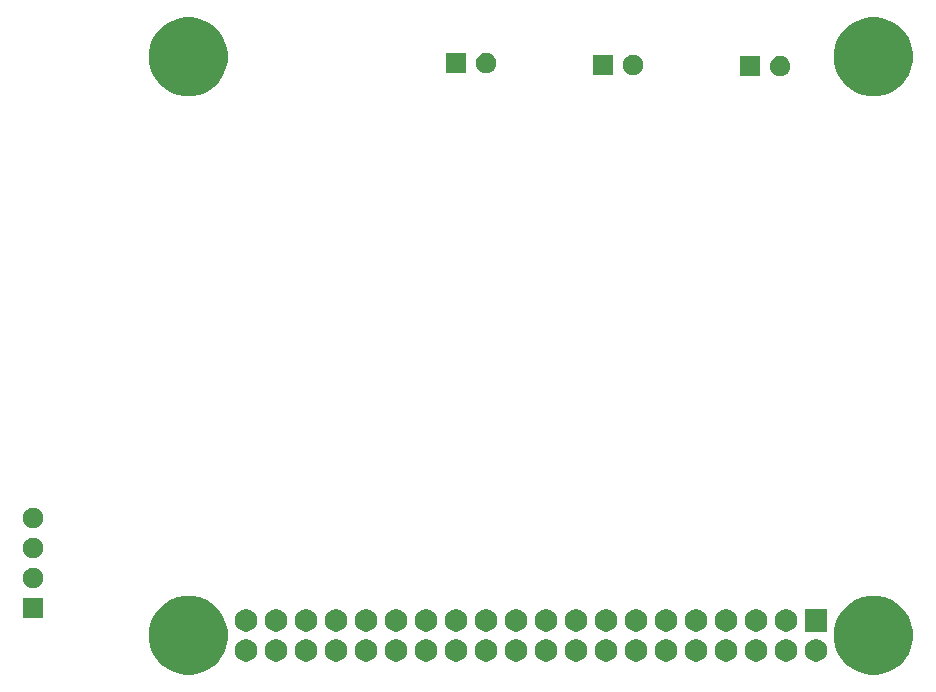
<source format=gbs>
G04 #@! TF.GenerationSoftware,KiCad,Pcbnew,5.1.6-c6e7f7d~87~ubuntu18.04.1*
G04 #@! TF.CreationDate,2021-04-28T11:05:25+02:00*
G04 #@! TF.ProjectId,MSS,4d53532e-6b69-4636-9164-5f7063625858,2.0*
G04 #@! TF.SameCoordinates,Original*
G04 #@! TF.FileFunction,Soldermask,Bot*
G04 #@! TF.FilePolarity,Negative*
%FSLAX46Y46*%
G04 Gerber Fmt 4.6, Leading zero omitted, Abs format (unit mm)*
G04 Created by KiCad (PCBNEW 5.1.6-c6e7f7d~87~ubuntu18.04.1) date 2021-04-28 11:05:25*
%MOMM*%
%LPD*%
G01*
G04 APERTURE LIST*
%ADD10C,0.100000*%
G04 APERTURE END LIST*
D10*
G36*
X162477158Y-109278738D02*
G01*
X163086818Y-109531268D01*
X163086820Y-109531269D01*
X163635500Y-109897885D01*
X164102115Y-110364500D01*
X164468732Y-110913182D01*
X164721262Y-111522842D01*
X164850000Y-112170052D01*
X164850000Y-112829948D01*
X164721262Y-113477158D01*
X164485182Y-114047104D01*
X164468731Y-114086820D01*
X164102115Y-114635500D01*
X163635500Y-115102115D01*
X163086820Y-115468731D01*
X163086819Y-115468732D01*
X163086818Y-115468732D01*
X162477158Y-115721262D01*
X161829948Y-115850000D01*
X161170052Y-115850000D01*
X160522842Y-115721262D01*
X159913182Y-115468732D01*
X159913181Y-115468732D01*
X159913180Y-115468731D01*
X159364500Y-115102115D01*
X158897885Y-114635500D01*
X158531269Y-114086820D01*
X158514818Y-114047104D01*
X158278738Y-113477158D01*
X158150000Y-112829948D01*
X158150000Y-112170052D01*
X158278738Y-111522842D01*
X158531268Y-110913182D01*
X158897885Y-110364500D01*
X159364500Y-109897885D01*
X159913180Y-109531269D01*
X159913182Y-109531268D01*
X160522842Y-109278738D01*
X161170052Y-109150000D01*
X161829948Y-109150000D01*
X162477158Y-109278738D01*
G37*
G36*
X104477158Y-109278738D02*
G01*
X105086818Y-109531268D01*
X105086820Y-109531269D01*
X105635500Y-109897885D01*
X106102115Y-110364500D01*
X106468732Y-110913182D01*
X106721262Y-111522842D01*
X106850000Y-112170052D01*
X106850000Y-112829948D01*
X106721262Y-113477158D01*
X106485182Y-114047104D01*
X106468731Y-114086820D01*
X106102115Y-114635500D01*
X105635500Y-115102115D01*
X105086820Y-115468731D01*
X105086819Y-115468732D01*
X105086818Y-115468732D01*
X104477158Y-115721262D01*
X103829948Y-115850000D01*
X103170052Y-115850000D01*
X102522842Y-115721262D01*
X101913182Y-115468732D01*
X101913181Y-115468732D01*
X101913180Y-115468731D01*
X101364500Y-115102115D01*
X100897885Y-114635500D01*
X100531269Y-114086820D01*
X100514818Y-114047104D01*
X100278738Y-113477158D01*
X100150000Y-112829948D01*
X100150000Y-112170052D01*
X100278738Y-111522842D01*
X100531268Y-110913182D01*
X100897885Y-110364500D01*
X101364500Y-109897885D01*
X101913180Y-109531269D01*
X101913182Y-109531268D01*
X102522842Y-109278738D01*
X103170052Y-109150000D01*
X103829948Y-109150000D01*
X104477158Y-109278738D01*
G37*
G36*
X138993569Y-112829946D02*
G01*
X139127105Y-112856508D01*
X139299994Y-112928121D01*
X139455590Y-113032087D01*
X139587913Y-113164410D01*
X139691879Y-113320006D01*
X139763492Y-113492895D01*
X139800000Y-113676433D01*
X139800000Y-113863567D01*
X139763492Y-114047105D01*
X139691879Y-114219994D01*
X139587913Y-114375590D01*
X139455590Y-114507913D01*
X139299994Y-114611879D01*
X139127105Y-114683492D01*
X139035336Y-114701746D01*
X138943568Y-114720000D01*
X138756432Y-114720000D01*
X138664664Y-114701746D01*
X138572895Y-114683492D01*
X138400006Y-114611879D01*
X138244410Y-114507913D01*
X138112087Y-114375590D01*
X138008121Y-114219994D01*
X137936508Y-114047105D01*
X137900000Y-113863567D01*
X137900000Y-113676433D01*
X137936508Y-113492895D01*
X138008121Y-113320006D01*
X138112087Y-113164410D01*
X138244410Y-113032087D01*
X138400006Y-112928121D01*
X138572895Y-112856508D01*
X138706431Y-112829946D01*
X138756432Y-112820000D01*
X138943568Y-112820000D01*
X138993569Y-112829946D01*
G37*
G36*
X151693569Y-112829946D02*
G01*
X151827105Y-112856508D01*
X151999994Y-112928121D01*
X152155590Y-113032087D01*
X152287913Y-113164410D01*
X152391879Y-113320006D01*
X152463492Y-113492895D01*
X152500000Y-113676433D01*
X152500000Y-113863567D01*
X152463492Y-114047105D01*
X152391879Y-114219994D01*
X152287913Y-114375590D01*
X152155590Y-114507913D01*
X151999994Y-114611879D01*
X151827105Y-114683492D01*
X151735336Y-114701746D01*
X151643568Y-114720000D01*
X151456432Y-114720000D01*
X151364664Y-114701746D01*
X151272895Y-114683492D01*
X151100006Y-114611879D01*
X150944410Y-114507913D01*
X150812087Y-114375590D01*
X150708121Y-114219994D01*
X150636508Y-114047105D01*
X150600000Y-113863567D01*
X150600000Y-113676433D01*
X150636508Y-113492895D01*
X150708121Y-113320006D01*
X150812087Y-113164410D01*
X150944410Y-113032087D01*
X151100006Y-112928121D01*
X151272895Y-112856508D01*
X151406431Y-112829946D01*
X151456432Y-112820000D01*
X151643568Y-112820000D01*
X151693569Y-112829946D01*
G37*
G36*
X149153569Y-112829946D02*
G01*
X149287105Y-112856508D01*
X149459994Y-112928121D01*
X149615590Y-113032087D01*
X149747913Y-113164410D01*
X149851879Y-113320006D01*
X149923492Y-113492895D01*
X149960000Y-113676433D01*
X149960000Y-113863567D01*
X149923492Y-114047105D01*
X149851879Y-114219994D01*
X149747913Y-114375590D01*
X149615590Y-114507913D01*
X149459994Y-114611879D01*
X149287105Y-114683492D01*
X149195336Y-114701746D01*
X149103568Y-114720000D01*
X148916432Y-114720000D01*
X148824664Y-114701746D01*
X148732895Y-114683492D01*
X148560006Y-114611879D01*
X148404410Y-114507913D01*
X148272087Y-114375590D01*
X148168121Y-114219994D01*
X148096508Y-114047105D01*
X148060000Y-113863567D01*
X148060000Y-113676433D01*
X148096508Y-113492895D01*
X148168121Y-113320006D01*
X148272087Y-113164410D01*
X148404410Y-113032087D01*
X148560006Y-112928121D01*
X148732895Y-112856508D01*
X148866431Y-112829946D01*
X148916432Y-112820000D01*
X149103568Y-112820000D01*
X149153569Y-112829946D01*
G37*
G36*
X146613569Y-112829946D02*
G01*
X146747105Y-112856508D01*
X146919994Y-112928121D01*
X147075590Y-113032087D01*
X147207913Y-113164410D01*
X147311879Y-113320006D01*
X147383492Y-113492895D01*
X147420000Y-113676433D01*
X147420000Y-113863567D01*
X147383492Y-114047105D01*
X147311879Y-114219994D01*
X147207913Y-114375590D01*
X147075590Y-114507913D01*
X146919994Y-114611879D01*
X146747105Y-114683492D01*
X146655336Y-114701746D01*
X146563568Y-114720000D01*
X146376432Y-114720000D01*
X146284664Y-114701746D01*
X146192895Y-114683492D01*
X146020006Y-114611879D01*
X145864410Y-114507913D01*
X145732087Y-114375590D01*
X145628121Y-114219994D01*
X145556508Y-114047105D01*
X145520000Y-113863567D01*
X145520000Y-113676433D01*
X145556508Y-113492895D01*
X145628121Y-113320006D01*
X145732087Y-113164410D01*
X145864410Y-113032087D01*
X146020006Y-112928121D01*
X146192895Y-112856508D01*
X146326431Y-112829946D01*
X146376432Y-112820000D01*
X146563568Y-112820000D01*
X146613569Y-112829946D01*
G37*
G36*
X144073569Y-112829946D02*
G01*
X144207105Y-112856508D01*
X144379994Y-112928121D01*
X144535590Y-113032087D01*
X144667913Y-113164410D01*
X144771879Y-113320006D01*
X144843492Y-113492895D01*
X144880000Y-113676433D01*
X144880000Y-113863567D01*
X144843492Y-114047105D01*
X144771879Y-114219994D01*
X144667913Y-114375590D01*
X144535590Y-114507913D01*
X144379994Y-114611879D01*
X144207105Y-114683492D01*
X144115336Y-114701746D01*
X144023568Y-114720000D01*
X143836432Y-114720000D01*
X143744664Y-114701746D01*
X143652895Y-114683492D01*
X143480006Y-114611879D01*
X143324410Y-114507913D01*
X143192087Y-114375590D01*
X143088121Y-114219994D01*
X143016508Y-114047105D01*
X142980000Y-113863567D01*
X142980000Y-113676433D01*
X143016508Y-113492895D01*
X143088121Y-113320006D01*
X143192087Y-113164410D01*
X143324410Y-113032087D01*
X143480006Y-112928121D01*
X143652895Y-112856508D01*
X143786431Y-112829946D01*
X143836432Y-112820000D01*
X144023568Y-112820000D01*
X144073569Y-112829946D01*
G37*
G36*
X141533569Y-112829946D02*
G01*
X141667105Y-112856508D01*
X141839994Y-112928121D01*
X141995590Y-113032087D01*
X142127913Y-113164410D01*
X142231879Y-113320006D01*
X142303492Y-113492895D01*
X142340000Y-113676433D01*
X142340000Y-113863567D01*
X142303492Y-114047105D01*
X142231879Y-114219994D01*
X142127913Y-114375590D01*
X141995590Y-114507913D01*
X141839994Y-114611879D01*
X141667105Y-114683492D01*
X141575336Y-114701746D01*
X141483568Y-114720000D01*
X141296432Y-114720000D01*
X141204664Y-114701746D01*
X141112895Y-114683492D01*
X140940006Y-114611879D01*
X140784410Y-114507913D01*
X140652087Y-114375590D01*
X140548121Y-114219994D01*
X140476508Y-114047105D01*
X140440000Y-113863567D01*
X140440000Y-113676433D01*
X140476508Y-113492895D01*
X140548121Y-113320006D01*
X140652087Y-113164410D01*
X140784410Y-113032087D01*
X140940006Y-112928121D01*
X141112895Y-112856508D01*
X141246431Y-112829946D01*
X141296432Y-112820000D01*
X141483568Y-112820000D01*
X141533569Y-112829946D01*
G37*
G36*
X136453569Y-112829946D02*
G01*
X136587105Y-112856508D01*
X136759994Y-112928121D01*
X136915590Y-113032087D01*
X137047913Y-113164410D01*
X137151879Y-113320006D01*
X137223492Y-113492895D01*
X137260000Y-113676433D01*
X137260000Y-113863567D01*
X137223492Y-114047105D01*
X137151879Y-114219994D01*
X137047913Y-114375590D01*
X136915590Y-114507913D01*
X136759994Y-114611879D01*
X136587105Y-114683492D01*
X136495336Y-114701746D01*
X136403568Y-114720000D01*
X136216432Y-114720000D01*
X136124664Y-114701746D01*
X136032895Y-114683492D01*
X135860006Y-114611879D01*
X135704410Y-114507913D01*
X135572087Y-114375590D01*
X135468121Y-114219994D01*
X135396508Y-114047105D01*
X135360000Y-113863567D01*
X135360000Y-113676433D01*
X135396508Y-113492895D01*
X135468121Y-113320006D01*
X135572087Y-113164410D01*
X135704410Y-113032087D01*
X135860006Y-112928121D01*
X136032895Y-112856508D01*
X136166431Y-112829946D01*
X136216432Y-112820000D01*
X136403568Y-112820000D01*
X136453569Y-112829946D01*
G37*
G36*
X133913569Y-112829946D02*
G01*
X134047105Y-112856508D01*
X134219994Y-112928121D01*
X134375590Y-113032087D01*
X134507913Y-113164410D01*
X134611879Y-113320006D01*
X134683492Y-113492895D01*
X134720000Y-113676433D01*
X134720000Y-113863567D01*
X134683492Y-114047105D01*
X134611879Y-114219994D01*
X134507913Y-114375590D01*
X134375590Y-114507913D01*
X134219994Y-114611879D01*
X134047105Y-114683492D01*
X133955336Y-114701746D01*
X133863568Y-114720000D01*
X133676432Y-114720000D01*
X133584664Y-114701746D01*
X133492895Y-114683492D01*
X133320006Y-114611879D01*
X133164410Y-114507913D01*
X133032087Y-114375590D01*
X132928121Y-114219994D01*
X132856508Y-114047105D01*
X132820000Y-113863567D01*
X132820000Y-113676433D01*
X132856508Y-113492895D01*
X132928121Y-113320006D01*
X133032087Y-113164410D01*
X133164410Y-113032087D01*
X133320006Y-112928121D01*
X133492895Y-112856508D01*
X133626431Y-112829946D01*
X133676432Y-112820000D01*
X133863568Y-112820000D01*
X133913569Y-112829946D01*
G37*
G36*
X131373569Y-112829946D02*
G01*
X131507105Y-112856508D01*
X131679994Y-112928121D01*
X131835590Y-113032087D01*
X131967913Y-113164410D01*
X132071879Y-113320006D01*
X132143492Y-113492895D01*
X132180000Y-113676433D01*
X132180000Y-113863567D01*
X132143492Y-114047105D01*
X132071879Y-114219994D01*
X131967913Y-114375590D01*
X131835590Y-114507913D01*
X131679994Y-114611879D01*
X131507105Y-114683492D01*
X131415336Y-114701746D01*
X131323568Y-114720000D01*
X131136432Y-114720000D01*
X131044664Y-114701746D01*
X130952895Y-114683492D01*
X130780006Y-114611879D01*
X130624410Y-114507913D01*
X130492087Y-114375590D01*
X130388121Y-114219994D01*
X130316508Y-114047105D01*
X130280000Y-113863567D01*
X130280000Y-113676433D01*
X130316508Y-113492895D01*
X130388121Y-113320006D01*
X130492087Y-113164410D01*
X130624410Y-113032087D01*
X130780006Y-112928121D01*
X130952895Y-112856508D01*
X131086431Y-112829946D01*
X131136432Y-112820000D01*
X131323568Y-112820000D01*
X131373569Y-112829946D01*
G37*
G36*
X154233569Y-112829946D02*
G01*
X154367105Y-112856508D01*
X154539994Y-112928121D01*
X154695590Y-113032087D01*
X154827913Y-113164410D01*
X154931879Y-113320006D01*
X155003492Y-113492895D01*
X155040000Y-113676433D01*
X155040000Y-113863567D01*
X155003492Y-114047105D01*
X154931879Y-114219994D01*
X154827913Y-114375590D01*
X154695590Y-114507913D01*
X154539994Y-114611879D01*
X154367105Y-114683492D01*
X154275336Y-114701746D01*
X154183568Y-114720000D01*
X153996432Y-114720000D01*
X153904664Y-114701746D01*
X153812895Y-114683492D01*
X153640006Y-114611879D01*
X153484410Y-114507913D01*
X153352087Y-114375590D01*
X153248121Y-114219994D01*
X153176508Y-114047105D01*
X153140000Y-113863567D01*
X153140000Y-113676433D01*
X153176508Y-113492895D01*
X153248121Y-113320006D01*
X153352087Y-113164410D01*
X153484410Y-113032087D01*
X153640006Y-112928121D01*
X153812895Y-112856508D01*
X153946431Y-112829946D01*
X153996432Y-112820000D01*
X154183568Y-112820000D01*
X154233569Y-112829946D01*
G37*
G36*
X123753569Y-112829946D02*
G01*
X123887105Y-112856508D01*
X124059994Y-112928121D01*
X124215590Y-113032087D01*
X124347913Y-113164410D01*
X124451879Y-113320006D01*
X124523492Y-113492895D01*
X124560000Y-113676433D01*
X124560000Y-113863567D01*
X124523492Y-114047105D01*
X124451879Y-114219994D01*
X124347913Y-114375590D01*
X124215590Y-114507913D01*
X124059994Y-114611879D01*
X123887105Y-114683492D01*
X123795336Y-114701746D01*
X123703568Y-114720000D01*
X123516432Y-114720000D01*
X123424664Y-114701746D01*
X123332895Y-114683492D01*
X123160006Y-114611879D01*
X123004410Y-114507913D01*
X122872087Y-114375590D01*
X122768121Y-114219994D01*
X122696508Y-114047105D01*
X122660000Y-113863567D01*
X122660000Y-113676433D01*
X122696508Y-113492895D01*
X122768121Y-113320006D01*
X122872087Y-113164410D01*
X123004410Y-113032087D01*
X123160006Y-112928121D01*
X123332895Y-112856508D01*
X123466431Y-112829946D01*
X123516432Y-112820000D01*
X123703568Y-112820000D01*
X123753569Y-112829946D01*
G37*
G36*
X121213569Y-112829946D02*
G01*
X121347105Y-112856508D01*
X121519994Y-112928121D01*
X121675590Y-113032087D01*
X121807913Y-113164410D01*
X121911879Y-113320006D01*
X121983492Y-113492895D01*
X122020000Y-113676433D01*
X122020000Y-113863567D01*
X121983492Y-114047105D01*
X121911879Y-114219994D01*
X121807913Y-114375590D01*
X121675590Y-114507913D01*
X121519994Y-114611879D01*
X121347105Y-114683492D01*
X121255336Y-114701746D01*
X121163568Y-114720000D01*
X120976432Y-114720000D01*
X120884664Y-114701746D01*
X120792895Y-114683492D01*
X120620006Y-114611879D01*
X120464410Y-114507913D01*
X120332087Y-114375590D01*
X120228121Y-114219994D01*
X120156508Y-114047105D01*
X120120000Y-113863567D01*
X120120000Y-113676433D01*
X120156508Y-113492895D01*
X120228121Y-113320006D01*
X120332087Y-113164410D01*
X120464410Y-113032087D01*
X120620006Y-112928121D01*
X120792895Y-112856508D01*
X120926431Y-112829946D01*
X120976432Y-112820000D01*
X121163568Y-112820000D01*
X121213569Y-112829946D01*
G37*
G36*
X118673569Y-112829946D02*
G01*
X118807105Y-112856508D01*
X118979994Y-112928121D01*
X119135590Y-113032087D01*
X119267913Y-113164410D01*
X119371879Y-113320006D01*
X119443492Y-113492895D01*
X119480000Y-113676433D01*
X119480000Y-113863567D01*
X119443492Y-114047105D01*
X119371879Y-114219994D01*
X119267913Y-114375590D01*
X119135590Y-114507913D01*
X118979994Y-114611879D01*
X118807105Y-114683492D01*
X118715336Y-114701746D01*
X118623568Y-114720000D01*
X118436432Y-114720000D01*
X118344664Y-114701746D01*
X118252895Y-114683492D01*
X118080006Y-114611879D01*
X117924410Y-114507913D01*
X117792087Y-114375590D01*
X117688121Y-114219994D01*
X117616508Y-114047105D01*
X117580000Y-113863567D01*
X117580000Y-113676433D01*
X117616508Y-113492895D01*
X117688121Y-113320006D01*
X117792087Y-113164410D01*
X117924410Y-113032087D01*
X118080006Y-112928121D01*
X118252895Y-112856508D01*
X118386431Y-112829946D01*
X118436432Y-112820000D01*
X118623568Y-112820000D01*
X118673569Y-112829946D01*
G37*
G36*
X126293569Y-112829946D02*
G01*
X126427105Y-112856508D01*
X126599994Y-112928121D01*
X126755590Y-113032087D01*
X126887913Y-113164410D01*
X126991879Y-113320006D01*
X127063492Y-113492895D01*
X127100000Y-113676433D01*
X127100000Y-113863567D01*
X127063492Y-114047105D01*
X126991879Y-114219994D01*
X126887913Y-114375590D01*
X126755590Y-114507913D01*
X126599994Y-114611879D01*
X126427105Y-114683492D01*
X126335336Y-114701746D01*
X126243568Y-114720000D01*
X126056432Y-114720000D01*
X125964664Y-114701746D01*
X125872895Y-114683492D01*
X125700006Y-114611879D01*
X125544410Y-114507913D01*
X125412087Y-114375590D01*
X125308121Y-114219994D01*
X125236508Y-114047105D01*
X125200000Y-113863567D01*
X125200000Y-113676433D01*
X125236508Y-113492895D01*
X125308121Y-113320006D01*
X125412087Y-113164410D01*
X125544410Y-113032087D01*
X125700006Y-112928121D01*
X125872895Y-112856508D01*
X126006431Y-112829946D01*
X126056432Y-112820000D01*
X126243568Y-112820000D01*
X126293569Y-112829946D01*
G37*
G36*
X116133569Y-112829946D02*
G01*
X116267105Y-112856508D01*
X116439994Y-112928121D01*
X116595590Y-113032087D01*
X116727913Y-113164410D01*
X116831879Y-113320006D01*
X116903492Y-113492895D01*
X116940000Y-113676433D01*
X116940000Y-113863567D01*
X116903492Y-114047105D01*
X116831879Y-114219994D01*
X116727913Y-114375590D01*
X116595590Y-114507913D01*
X116439994Y-114611879D01*
X116267105Y-114683492D01*
X116175336Y-114701746D01*
X116083568Y-114720000D01*
X115896432Y-114720000D01*
X115804664Y-114701746D01*
X115712895Y-114683492D01*
X115540006Y-114611879D01*
X115384410Y-114507913D01*
X115252087Y-114375590D01*
X115148121Y-114219994D01*
X115076508Y-114047105D01*
X115040000Y-113863567D01*
X115040000Y-113676433D01*
X115076508Y-113492895D01*
X115148121Y-113320006D01*
X115252087Y-113164410D01*
X115384410Y-113032087D01*
X115540006Y-112928121D01*
X115712895Y-112856508D01*
X115846431Y-112829946D01*
X115896432Y-112820000D01*
X116083568Y-112820000D01*
X116133569Y-112829946D01*
G37*
G36*
X113593569Y-112829946D02*
G01*
X113727105Y-112856508D01*
X113899994Y-112928121D01*
X114055590Y-113032087D01*
X114187913Y-113164410D01*
X114291879Y-113320006D01*
X114363492Y-113492895D01*
X114400000Y-113676433D01*
X114400000Y-113863567D01*
X114363492Y-114047105D01*
X114291879Y-114219994D01*
X114187913Y-114375590D01*
X114055590Y-114507913D01*
X113899994Y-114611879D01*
X113727105Y-114683492D01*
X113635336Y-114701746D01*
X113543568Y-114720000D01*
X113356432Y-114720000D01*
X113264664Y-114701746D01*
X113172895Y-114683492D01*
X113000006Y-114611879D01*
X112844410Y-114507913D01*
X112712087Y-114375590D01*
X112608121Y-114219994D01*
X112536508Y-114047105D01*
X112500000Y-113863567D01*
X112500000Y-113676433D01*
X112536508Y-113492895D01*
X112608121Y-113320006D01*
X112712087Y-113164410D01*
X112844410Y-113032087D01*
X113000006Y-112928121D01*
X113172895Y-112856508D01*
X113306431Y-112829946D01*
X113356432Y-112820000D01*
X113543568Y-112820000D01*
X113593569Y-112829946D01*
G37*
G36*
X111053569Y-112829946D02*
G01*
X111187105Y-112856508D01*
X111359994Y-112928121D01*
X111515590Y-113032087D01*
X111647913Y-113164410D01*
X111751879Y-113320006D01*
X111823492Y-113492895D01*
X111860000Y-113676433D01*
X111860000Y-113863567D01*
X111823492Y-114047105D01*
X111751879Y-114219994D01*
X111647913Y-114375590D01*
X111515590Y-114507913D01*
X111359994Y-114611879D01*
X111187105Y-114683492D01*
X111095336Y-114701746D01*
X111003568Y-114720000D01*
X110816432Y-114720000D01*
X110724664Y-114701746D01*
X110632895Y-114683492D01*
X110460006Y-114611879D01*
X110304410Y-114507913D01*
X110172087Y-114375590D01*
X110068121Y-114219994D01*
X109996508Y-114047105D01*
X109960000Y-113863567D01*
X109960000Y-113676433D01*
X109996508Y-113492895D01*
X110068121Y-113320006D01*
X110172087Y-113164410D01*
X110304410Y-113032087D01*
X110460006Y-112928121D01*
X110632895Y-112856508D01*
X110766431Y-112829946D01*
X110816432Y-112820000D01*
X111003568Y-112820000D01*
X111053569Y-112829946D01*
G37*
G36*
X108513569Y-112829946D02*
G01*
X108647105Y-112856508D01*
X108819994Y-112928121D01*
X108975590Y-113032087D01*
X109107913Y-113164410D01*
X109211879Y-113320006D01*
X109283492Y-113492895D01*
X109320000Y-113676433D01*
X109320000Y-113863567D01*
X109283492Y-114047105D01*
X109211879Y-114219994D01*
X109107913Y-114375590D01*
X108975590Y-114507913D01*
X108819994Y-114611879D01*
X108647105Y-114683492D01*
X108555336Y-114701746D01*
X108463568Y-114720000D01*
X108276432Y-114720000D01*
X108184664Y-114701746D01*
X108092895Y-114683492D01*
X107920006Y-114611879D01*
X107764410Y-114507913D01*
X107632087Y-114375590D01*
X107528121Y-114219994D01*
X107456508Y-114047105D01*
X107420000Y-113863567D01*
X107420000Y-113676433D01*
X107456508Y-113492895D01*
X107528121Y-113320006D01*
X107632087Y-113164410D01*
X107764410Y-113032087D01*
X107920006Y-112928121D01*
X108092895Y-112856508D01*
X108226431Y-112829946D01*
X108276432Y-112820000D01*
X108463568Y-112820000D01*
X108513569Y-112829946D01*
G37*
G36*
X156773569Y-112829946D02*
G01*
X156907105Y-112856508D01*
X157079994Y-112928121D01*
X157235590Y-113032087D01*
X157367913Y-113164410D01*
X157471879Y-113320006D01*
X157543492Y-113492895D01*
X157580000Y-113676433D01*
X157580000Y-113863567D01*
X157543492Y-114047105D01*
X157471879Y-114219994D01*
X157367913Y-114375590D01*
X157235590Y-114507913D01*
X157079994Y-114611879D01*
X156907105Y-114683492D01*
X156815336Y-114701746D01*
X156723568Y-114720000D01*
X156536432Y-114720000D01*
X156444664Y-114701746D01*
X156352895Y-114683492D01*
X156180006Y-114611879D01*
X156024410Y-114507913D01*
X155892087Y-114375590D01*
X155788121Y-114219994D01*
X155716508Y-114047105D01*
X155680000Y-113863567D01*
X155680000Y-113676433D01*
X155716508Y-113492895D01*
X155788121Y-113320006D01*
X155892087Y-113164410D01*
X156024410Y-113032087D01*
X156180006Y-112928121D01*
X156352895Y-112856508D01*
X156486431Y-112829946D01*
X156536432Y-112820000D01*
X156723568Y-112820000D01*
X156773569Y-112829946D01*
G37*
G36*
X128833569Y-112829946D02*
G01*
X128967105Y-112856508D01*
X129139994Y-112928121D01*
X129295590Y-113032087D01*
X129427913Y-113164410D01*
X129531879Y-113320006D01*
X129603492Y-113492895D01*
X129640000Y-113676433D01*
X129640000Y-113863567D01*
X129603492Y-114047105D01*
X129531879Y-114219994D01*
X129427913Y-114375590D01*
X129295590Y-114507913D01*
X129139994Y-114611879D01*
X128967105Y-114683492D01*
X128875336Y-114701746D01*
X128783568Y-114720000D01*
X128596432Y-114720000D01*
X128504664Y-114701746D01*
X128412895Y-114683492D01*
X128240006Y-114611879D01*
X128084410Y-114507913D01*
X127952087Y-114375590D01*
X127848121Y-114219994D01*
X127776508Y-114047105D01*
X127740000Y-113863567D01*
X127740000Y-113676433D01*
X127776508Y-113492895D01*
X127848121Y-113320006D01*
X127952087Y-113164410D01*
X128084410Y-113032087D01*
X128240006Y-112928121D01*
X128412895Y-112856508D01*
X128546431Y-112829946D01*
X128596432Y-112820000D01*
X128783568Y-112820000D01*
X128833569Y-112829946D01*
G37*
G36*
X131415336Y-110298254D02*
G01*
X131507105Y-110316508D01*
X131679994Y-110388121D01*
X131835590Y-110492087D01*
X131967913Y-110624410D01*
X132071879Y-110780006D01*
X132143492Y-110952895D01*
X132180000Y-111136433D01*
X132180000Y-111323567D01*
X132143492Y-111507105D01*
X132071879Y-111679994D01*
X131967913Y-111835590D01*
X131835590Y-111967913D01*
X131679994Y-112071879D01*
X131507105Y-112143492D01*
X131415336Y-112161746D01*
X131323568Y-112180000D01*
X131136432Y-112180000D01*
X131044664Y-112161746D01*
X130952895Y-112143492D01*
X130780006Y-112071879D01*
X130624410Y-111967913D01*
X130492087Y-111835590D01*
X130388121Y-111679994D01*
X130316508Y-111507105D01*
X130280000Y-111323567D01*
X130280000Y-111136433D01*
X130316508Y-110952895D01*
X130388121Y-110780006D01*
X130492087Y-110624410D01*
X130624410Y-110492087D01*
X130780006Y-110388121D01*
X130952895Y-110316508D01*
X131044664Y-110298254D01*
X131136432Y-110280000D01*
X131323568Y-110280000D01*
X131415336Y-110298254D01*
G37*
G36*
X136495336Y-110298254D02*
G01*
X136587105Y-110316508D01*
X136759994Y-110388121D01*
X136915590Y-110492087D01*
X137047913Y-110624410D01*
X137151879Y-110780006D01*
X137223492Y-110952895D01*
X137260000Y-111136433D01*
X137260000Y-111323567D01*
X137223492Y-111507105D01*
X137151879Y-111679994D01*
X137047913Y-111835590D01*
X136915590Y-111967913D01*
X136759994Y-112071879D01*
X136587105Y-112143492D01*
X136495336Y-112161746D01*
X136403568Y-112180000D01*
X136216432Y-112180000D01*
X136124664Y-112161746D01*
X136032895Y-112143492D01*
X135860006Y-112071879D01*
X135704410Y-111967913D01*
X135572087Y-111835590D01*
X135468121Y-111679994D01*
X135396508Y-111507105D01*
X135360000Y-111323567D01*
X135360000Y-111136433D01*
X135396508Y-110952895D01*
X135468121Y-110780006D01*
X135572087Y-110624410D01*
X135704410Y-110492087D01*
X135860006Y-110388121D01*
X136032895Y-110316508D01*
X136124664Y-110298254D01*
X136216432Y-110280000D01*
X136403568Y-110280000D01*
X136495336Y-110298254D01*
G37*
G36*
X121255336Y-110298254D02*
G01*
X121347105Y-110316508D01*
X121519994Y-110388121D01*
X121675590Y-110492087D01*
X121807913Y-110624410D01*
X121911879Y-110780006D01*
X121983492Y-110952895D01*
X122020000Y-111136433D01*
X122020000Y-111323567D01*
X121983492Y-111507105D01*
X121911879Y-111679994D01*
X121807913Y-111835590D01*
X121675590Y-111967913D01*
X121519994Y-112071879D01*
X121347105Y-112143492D01*
X121255336Y-112161746D01*
X121163568Y-112180000D01*
X120976432Y-112180000D01*
X120884664Y-112161746D01*
X120792895Y-112143492D01*
X120620006Y-112071879D01*
X120464410Y-111967913D01*
X120332087Y-111835590D01*
X120228121Y-111679994D01*
X120156508Y-111507105D01*
X120120000Y-111323567D01*
X120120000Y-111136433D01*
X120156508Y-110952895D01*
X120228121Y-110780006D01*
X120332087Y-110624410D01*
X120464410Y-110492087D01*
X120620006Y-110388121D01*
X120792895Y-110316508D01*
X120884664Y-110298254D01*
X120976432Y-110280000D01*
X121163568Y-110280000D01*
X121255336Y-110298254D01*
G37*
G36*
X151735336Y-110298254D02*
G01*
X151827105Y-110316508D01*
X151999994Y-110388121D01*
X152155590Y-110492087D01*
X152287913Y-110624410D01*
X152391879Y-110780006D01*
X152463492Y-110952895D01*
X152500000Y-111136433D01*
X152500000Y-111323567D01*
X152463492Y-111507105D01*
X152391879Y-111679994D01*
X152287913Y-111835590D01*
X152155590Y-111967913D01*
X151999994Y-112071879D01*
X151827105Y-112143492D01*
X151735336Y-112161746D01*
X151643568Y-112180000D01*
X151456432Y-112180000D01*
X151364664Y-112161746D01*
X151272895Y-112143492D01*
X151100006Y-112071879D01*
X150944410Y-111967913D01*
X150812087Y-111835590D01*
X150708121Y-111679994D01*
X150636508Y-111507105D01*
X150600000Y-111323567D01*
X150600000Y-111136433D01*
X150636508Y-110952895D01*
X150708121Y-110780006D01*
X150812087Y-110624410D01*
X150944410Y-110492087D01*
X151100006Y-110388121D01*
X151272895Y-110316508D01*
X151364664Y-110298254D01*
X151456432Y-110280000D01*
X151643568Y-110280000D01*
X151735336Y-110298254D01*
G37*
G36*
X123795336Y-110298254D02*
G01*
X123887105Y-110316508D01*
X124059994Y-110388121D01*
X124215590Y-110492087D01*
X124347913Y-110624410D01*
X124451879Y-110780006D01*
X124523492Y-110952895D01*
X124560000Y-111136433D01*
X124560000Y-111323567D01*
X124523492Y-111507105D01*
X124451879Y-111679994D01*
X124347913Y-111835590D01*
X124215590Y-111967913D01*
X124059994Y-112071879D01*
X123887105Y-112143492D01*
X123795336Y-112161746D01*
X123703568Y-112180000D01*
X123516432Y-112180000D01*
X123424664Y-112161746D01*
X123332895Y-112143492D01*
X123160006Y-112071879D01*
X123004410Y-111967913D01*
X122872087Y-111835590D01*
X122768121Y-111679994D01*
X122696508Y-111507105D01*
X122660000Y-111323567D01*
X122660000Y-111136433D01*
X122696508Y-110952895D01*
X122768121Y-110780006D01*
X122872087Y-110624410D01*
X123004410Y-110492087D01*
X123160006Y-110388121D01*
X123332895Y-110316508D01*
X123424664Y-110298254D01*
X123516432Y-110280000D01*
X123703568Y-110280000D01*
X123795336Y-110298254D01*
G37*
G36*
X133955336Y-110298254D02*
G01*
X134047105Y-110316508D01*
X134219994Y-110388121D01*
X134375590Y-110492087D01*
X134507913Y-110624410D01*
X134611879Y-110780006D01*
X134683492Y-110952895D01*
X134720000Y-111136433D01*
X134720000Y-111323567D01*
X134683492Y-111507105D01*
X134611879Y-111679994D01*
X134507913Y-111835590D01*
X134375590Y-111967913D01*
X134219994Y-112071879D01*
X134047105Y-112143492D01*
X133955336Y-112161746D01*
X133863568Y-112180000D01*
X133676432Y-112180000D01*
X133584664Y-112161746D01*
X133492895Y-112143492D01*
X133320006Y-112071879D01*
X133164410Y-111967913D01*
X133032087Y-111835590D01*
X132928121Y-111679994D01*
X132856508Y-111507105D01*
X132820000Y-111323567D01*
X132820000Y-111136433D01*
X132856508Y-110952895D01*
X132928121Y-110780006D01*
X133032087Y-110624410D01*
X133164410Y-110492087D01*
X133320006Y-110388121D01*
X133492895Y-110316508D01*
X133584664Y-110298254D01*
X133676432Y-110280000D01*
X133863568Y-110280000D01*
X133955336Y-110298254D01*
G37*
G36*
X126335336Y-110298254D02*
G01*
X126427105Y-110316508D01*
X126599994Y-110388121D01*
X126755590Y-110492087D01*
X126887913Y-110624410D01*
X126991879Y-110780006D01*
X127063492Y-110952895D01*
X127100000Y-111136433D01*
X127100000Y-111323567D01*
X127063492Y-111507105D01*
X126991879Y-111679994D01*
X126887913Y-111835590D01*
X126755590Y-111967913D01*
X126599994Y-112071879D01*
X126427105Y-112143492D01*
X126335336Y-112161746D01*
X126243568Y-112180000D01*
X126056432Y-112180000D01*
X125964664Y-112161746D01*
X125872895Y-112143492D01*
X125700006Y-112071879D01*
X125544410Y-111967913D01*
X125412087Y-111835590D01*
X125308121Y-111679994D01*
X125236508Y-111507105D01*
X125200000Y-111323567D01*
X125200000Y-111136433D01*
X125236508Y-110952895D01*
X125308121Y-110780006D01*
X125412087Y-110624410D01*
X125544410Y-110492087D01*
X125700006Y-110388121D01*
X125872895Y-110316508D01*
X125964664Y-110298254D01*
X126056432Y-110280000D01*
X126243568Y-110280000D01*
X126335336Y-110298254D01*
G37*
G36*
X128875336Y-110298254D02*
G01*
X128967105Y-110316508D01*
X129139994Y-110388121D01*
X129295590Y-110492087D01*
X129427913Y-110624410D01*
X129531879Y-110780006D01*
X129603492Y-110952895D01*
X129640000Y-111136433D01*
X129640000Y-111323567D01*
X129603492Y-111507105D01*
X129531879Y-111679994D01*
X129427913Y-111835590D01*
X129295590Y-111967913D01*
X129139994Y-112071879D01*
X128967105Y-112143492D01*
X128875336Y-112161746D01*
X128783568Y-112180000D01*
X128596432Y-112180000D01*
X128504664Y-112161746D01*
X128412895Y-112143492D01*
X128240006Y-112071879D01*
X128084410Y-111967913D01*
X127952087Y-111835590D01*
X127848121Y-111679994D01*
X127776508Y-111507105D01*
X127740000Y-111323567D01*
X127740000Y-111136433D01*
X127776508Y-110952895D01*
X127848121Y-110780006D01*
X127952087Y-110624410D01*
X128084410Y-110492087D01*
X128240006Y-110388121D01*
X128412895Y-110316508D01*
X128504664Y-110298254D01*
X128596432Y-110280000D01*
X128783568Y-110280000D01*
X128875336Y-110298254D01*
G37*
G36*
X146655336Y-110298254D02*
G01*
X146747105Y-110316508D01*
X146919994Y-110388121D01*
X147075590Y-110492087D01*
X147207913Y-110624410D01*
X147311879Y-110780006D01*
X147383492Y-110952895D01*
X147420000Y-111136433D01*
X147420000Y-111323567D01*
X147383492Y-111507105D01*
X147311879Y-111679994D01*
X147207913Y-111835590D01*
X147075590Y-111967913D01*
X146919994Y-112071879D01*
X146747105Y-112143492D01*
X146655336Y-112161746D01*
X146563568Y-112180000D01*
X146376432Y-112180000D01*
X146284664Y-112161746D01*
X146192895Y-112143492D01*
X146020006Y-112071879D01*
X145864410Y-111967913D01*
X145732087Y-111835590D01*
X145628121Y-111679994D01*
X145556508Y-111507105D01*
X145520000Y-111323567D01*
X145520000Y-111136433D01*
X145556508Y-110952895D01*
X145628121Y-110780006D01*
X145732087Y-110624410D01*
X145864410Y-110492087D01*
X146020006Y-110388121D01*
X146192895Y-110316508D01*
X146284664Y-110298254D01*
X146376432Y-110280000D01*
X146563568Y-110280000D01*
X146655336Y-110298254D01*
G37*
G36*
X111095336Y-110298254D02*
G01*
X111187105Y-110316508D01*
X111359994Y-110388121D01*
X111515590Y-110492087D01*
X111647913Y-110624410D01*
X111751879Y-110780006D01*
X111823492Y-110952895D01*
X111860000Y-111136433D01*
X111860000Y-111323567D01*
X111823492Y-111507105D01*
X111751879Y-111679994D01*
X111647913Y-111835590D01*
X111515590Y-111967913D01*
X111359994Y-112071879D01*
X111187105Y-112143492D01*
X111095336Y-112161746D01*
X111003568Y-112180000D01*
X110816432Y-112180000D01*
X110724664Y-112161746D01*
X110632895Y-112143492D01*
X110460006Y-112071879D01*
X110304410Y-111967913D01*
X110172087Y-111835590D01*
X110068121Y-111679994D01*
X109996508Y-111507105D01*
X109960000Y-111323567D01*
X109960000Y-111136433D01*
X109996508Y-110952895D01*
X110068121Y-110780006D01*
X110172087Y-110624410D01*
X110304410Y-110492087D01*
X110460006Y-110388121D01*
X110632895Y-110316508D01*
X110724664Y-110298254D01*
X110816432Y-110280000D01*
X111003568Y-110280000D01*
X111095336Y-110298254D01*
G37*
G36*
X116175336Y-110298254D02*
G01*
X116267105Y-110316508D01*
X116439994Y-110388121D01*
X116595590Y-110492087D01*
X116727913Y-110624410D01*
X116831879Y-110780006D01*
X116903492Y-110952895D01*
X116940000Y-111136433D01*
X116940000Y-111323567D01*
X116903492Y-111507105D01*
X116831879Y-111679994D01*
X116727913Y-111835590D01*
X116595590Y-111967913D01*
X116439994Y-112071879D01*
X116267105Y-112143492D01*
X116175336Y-112161746D01*
X116083568Y-112180000D01*
X115896432Y-112180000D01*
X115804664Y-112161746D01*
X115712895Y-112143492D01*
X115540006Y-112071879D01*
X115384410Y-111967913D01*
X115252087Y-111835590D01*
X115148121Y-111679994D01*
X115076508Y-111507105D01*
X115040000Y-111323567D01*
X115040000Y-111136433D01*
X115076508Y-110952895D01*
X115148121Y-110780006D01*
X115252087Y-110624410D01*
X115384410Y-110492087D01*
X115540006Y-110388121D01*
X115712895Y-110316508D01*
X115804664Y-110298254D01*
X115896432Y-110280000D01*
X116083568Y-110280000D01*
X116175336Y-110298254D01*
G37*
G36*
X144115336Y-110298254D02*
G01*
X144207105Y-110316508D01*
X144379994Y-110388121D01*
X144535590Y-110492087D01*
X144667913Y-110624410D01*
X144771879Y-110780006D01*
X144843492Y-110952895D01*
X144880000Y-111136433D01*
X144880000Y-111323567D01*
X144843492Y-111507105D01*
X144771879Y-111679994D01*
X144667913Y-111835590D01*
X144535590Y-111967913D01*
X144379994Y-112071879D01*
X144207105Y-112143492D01*
X144115336Y-112161746D01*
X144023568Y-112180000D01*
X143836432Y-112180000D01*
X143744664Y-112161746D01*
X143652895Y-112143492D01*
X143480006Y-112071879D01*
X143324410Y-111967913D01*
X143192087Y-111835590D01*
X143088121Y-111679994D01*
X143016508Y-111507105D01*
X142980000Y-111323567D01*
X142980000Y-111136433D01*
X143016508Y-110952895D01*
X143088121Y-110780006D01*
X143192087Y-110624410D01*
X143324410Y-110492087D01*
X143480006Y-110388121D01*
X143652895Y-110316508D01*
X143744664Y-110298254D01*
X143836432Y-110280000D01*
X144023568Y-110280000D01*
X144115336Y-110298254D01*
G37*
G36*
X113635336Y-110298254D02*
G01*
X113727105Y-110316508D01*
X113899994Y-110388121D01*
X114055590Y-110492087D01*
X114187913Y-110624410D01*
X114291879Y-110780006D01*
X114363492Y-110952895D01*
X114400000Y-111136433D01*
X114400000Y-111323567D01*
X114363492Y-111507105D01*
X114291879Y-111679994D01*
X114187913Y-111835590D01*
X114055590Y-111967913D01*
X113899994Y-112071879D01*
X113727105Y-112143492D01*
X113635336Y-112161746D01*
X113543568Y-112180000D01*
X113356432Y-112180000D01*
X113264664Y-112161746D01*
X113172895Y-112143492D01*
X113000006Y-112071879D01*
X112844410Y-111967913D01*
X112712087Y-111835590D01*
X112608121Y-111679994D01*
X112536508Y-111507105D01*
X112500000Y-111323567D01*
X112500000Y-111136433D01*
X112536508Y-110952895D01*
X112608121Y-110780006D01*
X112712087Y-110624410D01*
X112844410Y-110492087D01*
X113000006Y-110388121D01*
X113172895Y-110316508D01*
X113264664Y-110298254D01*
X113356432Y-110280000D01*
X113543568Y-110280000D01*
X113635336Y-110298254D01*
G37*
G36*
X157580000Y-112180000D02*
G01*
X155680000Y-112180000D01*
X155680000Y-110280000D01*
X157580000Y-110280000D01*
X157580000Y-112180000D01*
G37*
G36*
X149195336Y-110298254D02*
G01*
X149287105Y-110316508D01*
X149459994Y-110388121D01*
X149615590Y-110492087D01*
X149747913Y-110624410D01*
X149851879Y-110780006D01*
X149923492Y-110952895D01*
X149960000Y-111136433D01*
X149960000Y-111323567D01*
X149923492Y-111507105D01*
X149851879Y-111679994D01*
X149747913Y-111835590D01*
X149615590Y-111967913D01*
X149459994Y-112071879D01*
X149287105Y-112143492D01*
X149195336Y-112161746D01*
X149103568Y-112180000D01*
X148916432Y-112180000D01*
X148824664Y-112161746D01*
X148732895Y-112143492D01*
X148560006Y-112071879D01*
X148404410Y-111967913D01*
X148272087Y-111835590D01*
X148168121Y-111679994D01*
X148096508Y-111507105D01*
X148060000Y-111323567D01*
X148060000Y-111136433D01*
X148096508Y-110952895D01*
X148168121Y-110780006D01*
X148272087Y-110624410D01*
X148404410Y-110492087D01*
X148560006Y-110388121D01*
X148732895Y-110316508D01*
X148824664Y-110298254D01*
X148916432Y-110280000D01*
X149103568Y-110280000D01*
X149195336Y-110298254D01*
G37*
G36*
X108555336Y-110298254D02*
G01*
X108647105Y-110316508D01*
X108819994Y-110388121D01*
X108975590Y-110492087D01*
X109107913Y-110624410D01*
X109211879Y-110780006D01*
X109283492Y-110952895D01*
X109320000Y-111136433D01*
X109320000Y-111323567D01*
X109283492Y-111507105D01*
X109211879Y-111679994D01*
X109107913Y-111835590D01*
X108975590Y-111967913D01*
X108819994Y-112071879D01*
X108647105Y-112143492D01*
X108555336Y-112161746D01*
X108463568Y-112180000D01*
X108276432Y-112180000D01*
X108184664Y-112161746D01*
X108092895Y-112143492D01*
X107920006Y-112071879D01*
X107764410Y-111967913D01*
X107632087Y-111835590D01*
X107528121Y-111679994D01*
X107456508Y-111507105D01*
X107420000Y-111323567D01*
X107420000Y-111136433D01*
X107456508Y-110952895D01*
X107528121Y-110780006D01*
X107632087Y-110624410D01*
X107764410Y-110492087D01*
X107920006Y-110388121D01*
X108092895Y-110316508D01*
X108184664Y-110298254D01*
X108276432Y-110280000D01*
X108463568Y-110280000D01*
X108555336Y-110298254D01*
G37*
G36*
X139035336Y-110298254D02*
G01*
X139127105Y-110316508D01*
X139299994Y-110388121D01*
X139455590Y-110492087D01*
X139587913Y-110624410D01*
X139691879Y-110780006D01*
X139763492Y-110952895D01*
X139800000Y-111136433D01*
X139800000Y-111323567D01*
X139763492Y-111507105D01*
X139691879Y-111679994D01*
X139587913Y-111835590D01*
X139455590Y-111967913D01*
X139299994Y-112071879D01*
X139127105Y-112143492D01*
X139035336Y-112161746D01*
X138943568Y-112180000D01*
X138756432Y-112180000D01*
X138664664Y-112161746D01*
X138572895Y-112143492D01*
X138400006Y-112071879D01*
X138244410Y-111967913D01*
X138112087Y-111835590D01*
X138008121Y-111679994D01*
X137936508Y-111507105D01*
X137900000Y-111323567D01*
X137900000Y-111136433D01*
X137936508Y-110952895D01*
X138008121Y-110780006D01*
X138112087Y-110624410D01*
X138244410Y-110492087D01*
X138400006Y-110388121D01*
X138572895Y-110316508D01*
X138664664Y-110298254D01*
X138756432Y-110280000D01*
X138943568Y-110280000D01*
X139035336Y-110298254D01*
G37*
G36*
X141575336Y-110298254D02*
G01*
X141667105Y-110316508D01*
X141839994Y-110388121D01*
X141995590Y-110492087D01*
X142127913Y-110624410D01*
X142231879Y-110780006D01*
X142303492Y-110952895D01*
X142340000Y-111136433D01*
X142340000Y-111323567D01*
X142303492Y-111507105D01*
X142231879Y-111679994D01*
X142127913Y-111835590D01*
X141995590Y-111967913D01*
X141839994Y-112071879D01*
X141667105Y-112143492D01*
X141575336Y-112161746D01*
X141483568Y-112180000D01*
X141296432Y-112180000D01*
X141204664Y-112161746D01*
X141112895Y-112143492D01*
X140940006Y-112071879D01*
X140784410Y-111967913D01*
X140652087Y-111835590D01*
X140548121Y-111679994D01*
X140476508Y-111507105D01*
X140440000Y-111323567D01*
X140440000Y-111136433D01*
X140476508Y-110952895D01*
X140548121Y-110780006D01*
X140652087Y-110624410D01*
X140784410Y-110492087D01*
X140940006Y-110388121D01*
X141112895Y-110316508D01*
X141204664Y-110298254D01*
X141296432Y-110280000D01*
X141483568Y-110280000D01*
X141575336Y-110298254D01*
G37*
G36*
X118715336Y-110298254D02*
G01*
X118807105Y-110316508D01*
X118979994Y-110388121D01*
X119135590Y-110492087D01*
X119267913Y-110624410D01*
X119371879Y-110780006D01*
X119443492Y-110952895D01*
X119480000Y-111136433D01*
X119480000Y-111323567D01*
X119443492Y-111507105D01*
X119371879Y-111679994D01*
X119267913Y-111835590D01*
X119135590Y-111967913D01*
X118979994Y-112071879D01*
X118807105Y-112143492D01*
X118715336Y-112161746D01*
X118623568Y-112180000D01*
X118436432Y-112180000D01*
X118344664Y-112161746D01*
X118252895Y-112143492D01*
X118080006Y-112071879D01*
X117924410Y-111967913D01*
X117792087Y-111835590D01*
X117688121Y-111679994D01*
X117616508Y-111507105D01*
X117580000Y-111323567D01*
X117580000Y-111136433D01*
X117616508Y-110952895D01*
X117688121Y-110780006D01*
X117792087Y-110624410D01*
X117924410Y-110492087D01*
X118080006Y-110388121D01*
X118252895Y-110316508D01*
X118344664Y-110298254D01*
X118436432Y-110280000D01*
X118623568Y-110280000D01*
X118715336Y-110298254D01*
G37*
G36*
X154275336Y-110298254D02*
G01*
X154367105Y-110316508D01*
X154539994Y-110388121D01*
X154695590Y-110492087D01*
X154827913Y-110624410D01*
X154931879Y-110780006D01*
X155003492Y-110952895D01*
X155040000Y-111136433D01*
X155040000Y-111323567D01*
X155003492Y-111507105D01*
X154931879Y-111679994D01*
X154827913Y-111835590D01*
X154695590Y-111967913D01*
X154539994Y-112071879D01*
X154367105Y-112143492D01*
X154275336Y-112161746D01*
X154183568Y-112180000D01*
X153996432Y-112180000D01*
X153904664Y-112161746D01*
X153812895Y-112143492D01*
X153640006Y-112071879D01*
X153484410Y-111967913D01*
X153352087Y-111835590D01*
X153248121Y-111679994D01*
X153176508Y-111507105D01*
X153140000Y-111323567D01*
X153140000Y-111136433D01*
X153176508Y-110952895D01*
X153248121Y-110780006D01*
X153352087Y-110624410D01*
X153484410Y-110492087D01*
X153640006Y-110388121D01*
X153812895Y-110316508D01*
X153904664Y-110298254D01*
X153996432Y-110280000D01*
X154183568Y-110280000D01*
X154275336Y-110298254D01*
G37*
G36*
X91210000Y-111027000D02*
G01*
X89486000Y-111027000D01*
X89486000Y-109303000D01*
X91210000Y-109303000D01*
X91210000Y-111027000D01*
G37*
G36*
X90599433Y-106796125D02*
G01*
X90599435Y-106796126D01*
X90599436Y-106796126D01*
X90756310Y-106861105D01*
X90897493Y-106955441D01*
X91017559Y-107075507D01*
X91111895Y-107216690D01*
X91176874Y-107373564D01*
X91210000Y-107540100D01*
X91210000Y-107709900D01*
X91176874Y-107876436D01*
X91111895Y-108033310D01*
X91017559Y-108174493D01*
X90897493Y-108294559D01*
X90756310Y-108388895D01*
X90599436Y-108453874D01*
X90599435Y-108453874D01*
X90599433Y-108453875D01*
X90432901Y-108487000D01*
X90263099Y-108487000D01*
X90096567Y-108453875D01*
X90096565Y-108453874D01*
X90096564Y-108453874D01*
X89939690Y-108388895D01*
X89798507Y-108294559D01*
X89678441Y-108174493D01*
X89584105Y-108033310D01*
X89519126Y-107876436D01*
X89486000Y-107709900D01*
X89486000Y-107540100D01*
X89519126Y-107373564D01*
X89584105Y-107216690D01*
X89678441Y-107075507D01*
X89798507Y-106955441D01*
X89939690Y-106861105D01*
X90096564Y-106796126D01*
X90096565Y-106796126D01*
X90096567Y-106796125D01*
X90263099Y-106763000D01*
X90432901Y-106763000D01*
X90599433Y-106796125D01*
G37*
G36*
X90599433Y-104256125D02*
G01*
X90599435Y-104256126D01*
X90599436Y-104256126D01*
X90756310Y-104321105D01*
X90897493Y-104415441D01*
X91017559Y-104535507D01*
X91111895Y-104676690D01*
X91176874Y-104833564D01*
X91210000Y-105000100D01*
X91210000Y-105169900D01*
X91176874Y-105336436D01*
X91111895Y-105493310D01*
X91017559Y-105634493D01*
X90897493Y-105754559D01*
X90756310Y-105848895D01*
X90599436Y-105913874D01*
X90599435Y-105913874D01*
X90599433Y-105913875D01*
X90432901Y-105947000D01*
X90263099Y-105947000D01*
X90096567Y-105913875D01*
X90096565Y-105913874D01*
X90096564Y-105913874D01*
X89939690Y-105848895D01*
X89798507Y-105754559D01*
X89678441Y-105634493D01*
X89584105Y-105493310D01*
X89519126Y-105336436D01*
X89486000Y-105169900D01*
X89486000Y-105000100D01*
X89519126Y-104833564D01*
X89584105Y-104676690D01*
X89678441Y-104535507D01*
X89798507Y-104415441D01*
X89939690Y-104321105D01*
X90096564Y-104256126D01*
X90096565Y-104256126D01*
X90096567Y-104256125D01*
X90263099Y-104223000D01*
X90432901Y-104223000D01*
X90599433Y-104256125D01*
G37*
G36*
X90599433Y-101716125D02*
G01*
X90599435Y-101716126D01*
X90599436Y-101716126D01*
X90756310Y-101781105D01*
X90897493Y-101875441D01*
X91017559Y-101995507D01*
X91111895Y-102136690D01*
X91176874Y-102293564D01*
X91210000Y-102460100D01*
X91210000Y-102629900D01*
X91176874Y-102796436D01*
X91111895Y-102953310D01*
X91017559Y-103094493D01*
X90897493Y-103214559D01*
X90756310Y-103308895D01*
X90599436Y-103373874D01*
X90599435Y-103373874D01*
X90599433Y-103373875D01*
X90432901Y-103407000D01*
X90263099Y-103407000D01*
X90096567Y-103373875D01*
X90096565Y-103373874D01*
X90096564Y-103373874D01*
X89939690Y-103308895D01*
X89798507Y-103214559D01*
X89678441Y-103094493D01*
X89584105Y-102953310D01*
X89519126Y-102796436D01*
X89486000Y-102629900D01*
X89486000Y-102460100D01*
X89519126Y-102293564D01*
X89584105Y-102136690D01*
X89678441Y-101995507D01*
X89798507Y-101875441D01*
X89939690Y-101781105D01*
X90096564Y-101716126D01*
X90096565Y-101716126D01*
X90096567Y-101716125D01*
X90263099Y-101683000D01*
X90432901Y-101683000D01*
X90599433Y-101716125D01*
G37*
G36*
X104477158Y-60278738D02*
G01*
X105086818Y-60531268D01*
X105086820Y-60531269D01*
X105635500Y-60897885D01*
X106102115Y-61364500D01*
X106468732Y-61913182D01*
X106721262Y-62522842D01*
X106850000Y-63170052D01*
X106850000Y-63829948D01*
X106721262Y-64477158D01*
X106470771Y-65081895D01*
X106468731Y-65086820D01*
X106102115Y-65635500D01*
X105635500Y-66102115D01*
X105086820Y-66468731D01*
X105086819Y-66468732D01*
X105086818Y-66468732D01*
X104477158Y-66721262D01*
X103829948Y-66850000D01*
X103170052Y-66850000D01*
X102522842Y-66721262D01*
X101913182Y-66468732D01*
X101913181Y-66468732D01*
X101913180Y-66468731D01*
X101364500Y-66102115D01*
X100897885Y-65635500D01*
X100531269Y-65086820D01*
X100529229Y-65081895D01*
X100278738Y-64477158D01*
X100150000Y-63829948D01*
X100150000Y-63170052D01*
X100278738Y-62522842D01*
X100531268Y-61913182D01*
X100897885Y-61364500D01*
X101364500Y-60897885D01*
X101913180Y-60531269D01*
X101913182Y-60531268D01*
X102522842Y-60278738D01*
X103170052Y-60150000D01*
X103829948Y-60150000D01*
X104477158Y-60278738D01*
G37*
G36*
X162477158Y-60278738D02*
G01*
X163086818Y-60531268D01*
X163086820Y-60531269D01*
X163635500Y-60897885D01*
X164102115Y-61364500D01*
X164468732Y-61913182D01*
X164721262Y-62522842D01*
X164850000Y-63170052D01*
X164850000Y-63829948D01*
X164721262Y-64477158D01*
X164470771Y-65081895D01*
X164468731Y-65086820D01*
X164102115Y-65635500D01*
X163635500Y-66102115D01*
X163086820Y-66468731D01*
X163086819Y-66468732D01*
X163086818Y-66468732D01*
X162477158Y-66721262D01*
X161829948Y-66850000D01*
X161170052Y-66850000D01*
X160522842Y-66721262D01*
X159913182Y-66468732D01*
X159913181Y-66468732D01*
X159913180Y-66468731D01*
X159364500Y-66102115D01*
X158897885Y-65635500D01*
X158531269Y-65086820D01*
X158529229Y-65081895D01*
X158278738Y-64477158D01*
X158150000Y-63829948D01*
X158150000Y-63170052D01*
X158278738Y-62522842D01*
X158531268Y-61913182D01*
X158897885Y-61364500D01*
X159364500Y-60897885D01*
X159913180Y-60531269D01*
X159913182Y-60531268D01*
X160522842Y-60278738D01*
X161170052Y-60150000D01*
X161829948Y-60150000D01*
X162477158Y-60278738D01*
G37*
G36*
X151916000Y-65180000D02*
G01*
X150192000Y-65180000D01*
X150192000Y-63456000D01*
X151916000Y-63456000D01*
X151916000Y-65180000D01*
G37*
G36*
X153845433Y-63489125D02*
G01*
X153845435Y-63489126D01*
X153845436Y-63489126D01*
X154002310Y-63554105D01*
X154143493Y-63648441D01*
X154263559Y-63768507D01*
X154357895Y-63909690D01*
X154386645Y-63979100D01*
X154422875Y-64066567D01*
X154456000Y-64233099D01*
X154456000Y-64402901D01*
X154448137Y-64442433D01*
X154422874Y-64569436D01*
X154357895Y-64726310D01*
X154263559Y-64867493D01*
X154143493Y-64987559D01*
X154002310Y-65081895D01*
X153845436Y-65146874D01*
X153845435Y-65146874D01*
X153845433Y-65146875D01*
X153678901Y-65180000D01*
X153509099Y-65180000D01*
X153342567Y-65146875D01*
X153342565Y-65146874D01*
X153342564Y-65146874D01*
X153185690Y-65081895D01*
X153044507Y-64987559D01*
X152924441Y-64867493D01*
X152830105Y-64726310D01*
X152765126Y-64569436D01*
X152739864Y-64442433D01*
X152732000Y-64402901D01*
X152732000Y-64233099D01*
X152765125Y-64066567D01*
X152801355Y-63979100D01*
X152830105Y-63909690D01*
X152924441Y-63768507D01*
X153044507Y-63648441D01*
X153185690Y-63554105D01*
X153342564Y-63489126D01*
X153342565Y-63489126D01*
X153342567Y-63489125D01*
X153509099Y-63456000D01*
X153678901Y-63456000D01*
X153845433Y-63489125D01*
G37*
G36*
X139470000Y-65053000D02*
G01*
X137746000Y-65053000D01*
X137746000Y-63329000D01*
X139470000Y-63329000D01*
X139470000Y-65053000D01*
G37*
G36*
X141399433Y-63362125D02*
G01*
X141399435Y-63362126D01*
X141399436Y-63362126D01*
X141556310Y-63427105D01*
X141697493Y-63521441D01*
X141817559Y-63641507D01*
X141911895Y-63782690D01*
X141976874Y-63939564D01*
X141976875Y-63939567D01*
X142010000Y-64106099D01*
X142010000Y-64275901D01*
X141977308Y-64440258D01*
X141976874Y-64442436D01*
X141911895Y-64599310D01*
X141817559Y-64740493D01*
X141697493Y-64860559D01*
X141556310Y-64954895D01*
X141399436Y-65019874D01*
X141399435Y-65019874D01*
X141399433Y-65019875D01*
X141232901Y-65053000D01*
X141063099Y-65053000D01*
X140896567Y-65019875D01*
X140896565Y-65019874D01*
X140896564Y-65019874D01*
X140739690Y-64954895D01*
X140598507Y-64860559D01*
X140478441Y-64740493D01*
X140384105Y-64599310D01*
X140319126Y-64442436D01*
X140318693Y-64440258D01*
X140286000Y-64275901D01*
X140286000Y-64106099D01*
X140319125Y-63939567D01*
X140319126Y-63939564D01*
X140384105Y-63782690D01*
X140478441Y-63641507D01*
X140598507Y-63521441D01*
X140739690Y-63427105D01*
X140896564Y-63362126D01*
X140896565Y-63362126D01*
X140896567Y-63362125D01*
X141063099Y-63329000D01*
X141232901Y-63329000D01*
X141399433Y-63362125D01*
G37*
G36*
X128953433Y-63235125D02*
G01*
X128953435Y-63235126D01*
X128953436Y-63235126D01*
X129110310Y-63300105D01*
X129251493Y-63394441D01*
X129371559Y-63514507D01*
X129465895Y-63655690D01*
X129530874Y-63812564D01*
X129530875Y-63812567D01*
X129564000Y-63979099D01*
X129564000Y-64148901D01*
X129538739Y-64275900D01*
X129530874Y-64315436D01*
X129465895Y-64472310D01*
X129371559Y-64613493D01*
X129251493Y-64733559D01*
X129110310Y-64827895D01*
X128953436Y-64892874D01*
X128953435Y-64892874D01*
X128953433Y-64892875D01*
X128786901Y-64926000D01*
X128617099Y-64926000D01*
X128450567Y-64892875D01*
X128450565Y-64892874D01*
X128450564Y-64892874D01*
X128293690Y-64827895D01*
X128152507Y-64733559D01*
X128032441Y-64613493D01*
X127938105Y-64472310D01*
X127873126Y-64315436D01*
X127865262Y-64275900D01*
X127840000Y-64148901D01*
X127840000Y-63979099D01*
X127873125Y-63812567D01*
X127873126Y-63812564D01*
X127938105Y-63655690D01*
X128032441Y-63514507D01*
X128152507Y-63394441D01*
X128293690Y-63300105D01*
X128450564Y-63235126D01*
X128450565Y-63235126D01*
X128450567Y-63235125D01*
X128617099Y-63202000D01*
X128786901Y-63202000D01*
X128953433Y-63235125D01*
G37*
G36*
X127024000Y-64926000D02*
G01*
X125300000Y-64926000D01*
X125300000Y-63202000D01*
X127024000Y-63202000D01*
X127024000Y-64926000D01*
G37*
M02*

</source>
